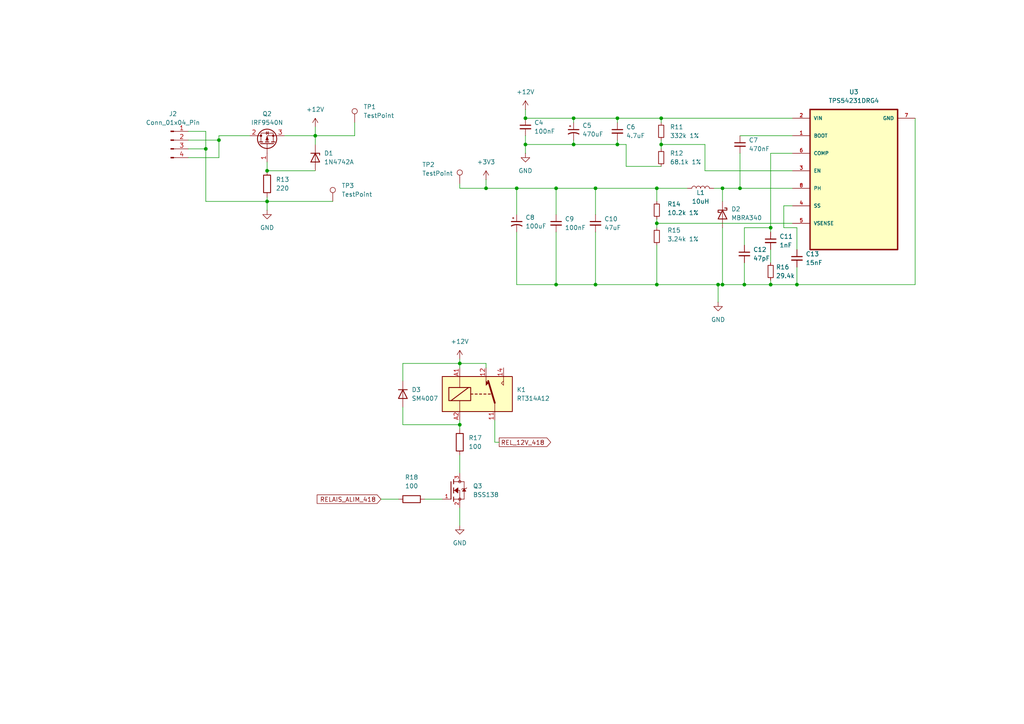
<source format=kicad_sch>
(kicad_sch (version 20250114) (generator "eeschema") (generator_version "9.0")
  (paper "A4")
  (title_block (title "Alim") (date "2025-05-03") (rev "V1") (company "TTS") (comment 1 "EP"))
  (lib_symbols
    (symbol "BSS138:BSS138" (pin_names (offset 1.016))
      (property "Reference" "Q" (at -8.89 2.54 0))
      (property "Value" "BSS138" (at -8.89 -7.62 0))
      (symbol "BSS138_0_0"
        (polyline (pts (xy 0 2.54) (xy 0 -2.54)) (stroke (width 0.254)))
        (polyline (pts (xy 0.762 3.175) (xy 0.762 2.54)) (stroke (width 0.254)))
        (polyline (pts (xy 0.762 2.54) (xy 0.762 1.905)) (stroke (width 0.254)))
        (polyline (pts (xy 0.762 2.54) (xy 3.81 2.54)) (stroke (width 0.1524)))
        (polyline (pts (xy 0.762 0.762) (xy 0.762 0)) (stroke (width 0.254)))
        (polyline (pts (xy 0.762 0) (xy 0.762 -0.762)) (stroke (width 0.254)))
        (polyline (pts (xy 0.762 0) (xy 2.54 0)) (stroke (width 0.1524)))
        (polyline (pts (xy 0.762 -1.905) (xy 0.762 -2.54)) (stroke (width 0.254)))
        (polyline (pts (xy 0.762 -2.54) (xy 0.762 -3.175)) (stroke (width 0.254)))
        (polyline (pts (xy 1.016 0) (xy 2.032 0.762) (xy 2.032 -0.762) (xy 1.016 0)) (stroke (width 0.1524)) (fill (type outline)))
        (circle (center 2.54 2.54) (radius 0.3592))
        (polyline (pts (xy 2.54 0) (xy 2.54 -2.54)) (stroke (width 0.1524)))
        (polyline (pts (xy 2.54 -2.54) (xy 0.762 -2.54)) (stroke (width 0.1524)))
        (polyline (pts (xy 2.54 -2.54) (xy 3.81 -2.54)) (stroke (width 0.1524)))
        (circle (center 2.54 -2.54) (radius 0.3592))
        (polyline (pts (xy 3.302 0.508) (xy 3.048 0.254)) (stroke (width 0.1524)))
        (polyline (pts (xy 3.81 2.54) (xy 3.81 0.508)) (stroke (width 0.1524)))
        (polyline (pts (xy 3.81 0.508) (xy 3.302 0.508)) (stroke (width 0.1524)))
        (polyline (pts (xy 3.81 0.508) (xy 3.81 -2.54)) (stroke (width 0.1524)))
        (polyline (pts (xy 3.81 0.508) (xy 3.302 -0.254) (xy 4.318 -0.254) (xy 3.81 0.508)) (stroke (width 0.1524)) (fill (type outline)))
        (polyline (pts (xy 4.318 0.508) (xy 3.81 0.508)) (stroke (width 0.1524)))
        (polyline (pts (xy 4.572 0.762) (xy 4.318 0.508)) (stroke (width 0.1524)))
        (pin passive line (at -2.54 -2.54 0) (length 2.54) (name "~") (number "1"))
        (pin passive line (at 2.54 5.08 270) (length 2.54) (name "~") (number "3"))
        (pin passive line (at 2.54 -5.08 90) (length 2.54) (name "~") (number "2"))
      )
    )
    (symbol "Connector:Conn_01x04_Pin" (pin_names (offset 1.016) (hide yes))
      (property "Reference" "J" (at 0 5.08 0))
      (property "Value" "Conn_01x04_Pin" (at 0 -7.62 0))
      (symbol "Conn_01x04_Pin_1_1"
        (rectangle (start 0.8636 2.667) (end 0 2.413) (stroke (width 0.1524)) (fill (type outline)))
        (rectangle (start 0.8636 0.127) (end 0 -0.127) (stroke (width 0.1524)) (fill (type outline)))
        (rectangle (start 0.8636 -2.413) (end 0 -2.667) (stroke (width 0.1524)) (fill (type outline)))
        (rectangle (start 0.8636 -4.953) (end 0 -5.207) (stroke (width 0.1524)) (fill (type outline)))
        (polyline (pts (xy 1.27 2.54) (xy 0.8636 2.54)) (stroke (width 0.1524)))
        (polyline (pts (xy 1.27 0) (xy 0.8636 0)) (stroke (width 0.1524)))
        (polyline (pts (xy 1.27 -2.54) (xy 0.8636 -2.54)) (stroke (width 0.1524)))
        (polyline (pts (xy 1.27 -5.08) (xy 0.8636 -5.08)) (stroke (width 0.1524)))
        (pin passive line (at 5.08 2.54 180) (length 3.81) (name "Pin_1") (number "1"))
        (pin passive line (at 5.08 0 180) (length 3.81) (name "Pin_2") (number "2"))
        (pin passive line (at 5.08 -2.54 180) (length 3.81) (name "Pin_3") (number "3"))
        (pin passive line (at 5.08 -5.08 180) (length 3.81) (name "Pin_4") (number "4"))
      )
    )
    (symbol "Connector:TestPoint" (pin_numbers (hide yes)) (pin_names (offset 0.762) (hide yes))
      (property "Reference" "TP" (at 0 6.858 0))
      (property "Value" "TestPoint" (at 0 5.08 0))
      (symbol "TestPoint_0_1"
        (circle (center 0 3.302) (radius 0.762))
      )
      (symbol "TestPoint_1_1"
        (pin passive line (at 0 0 90) (length 2.54) (name "1") (number "1"))
      )
    )
    (symbol "Device:C_Polarized_Small_US" (pin_numbers (hide yes)) (pin_names (offset 0.254) (hide yes))
      (property "Reference" "C" (at 0.254 1.778 0))
      (property "Value" "C_Polarized_Small_US" (at 0.254 -2.032 0))
      (symbol "C_Polarized_Small_US_0_1"
        (polyline (pts (xy -1.524 0.508) (xy 1.524 0.508)) (stroke (width 0.3048)))
        (polyline (pts (xy -1.27 1.524) (xy -0.762 1.524)))
        (polyline (pts (xy -1.016 1.27) (xy -1.016 1.778)))
        (arc (start -1.524 -0.762) (mid 0 -0.3734) (end 1.524 -0.762) (stroke (width 0.3048)))
      )
      (symbol "C_Polarized_Small_US_1_1"
        (pin passive line (at 0 2.54 270) (length 2.032) (name "~") (number "1"))
        (pin passive line (at 0 -2.54 90) (length 2.032) (name "~") (number "2"))
      )
    )
    (symbol "Device:C_Small" (pin_numbers (hide yes)) (pin_names (offset 0.254) (hide yes))
      (property "Reference" "C" (at 0.254 1.778 0))
      (property "Value" "C_Small" (at 0.254 -2.032 0))
      (symbol "C_Small_0_1"
        (polyline (pts (xy -1.524 0.508) (xy 1.524 0.508)) (stroke (width 0.3048)))
        (polyline (pts (xy -1.524 -0.508) (xy 1.524 -0.508)) (stroke (width 0.3302)))
      )
      (symbol "C_Small_1_1"
        (pin passive line (at 0 2.54 270) (length 2.032) (name "~") (number "1"))
        (pin passive line (at 0 -2.54 90) (length 2.032) (name "~") (number "2"))
      )
    )
    (symbol "Device:L" (pin_numbers (hide yes)) (pin_names (offset 1.016) (hide yes))
      (property "Reference" "L" (at -1.27 0 90))
      (property "Value" "L" (at 1.905 0 90))
      (symbol "L_0_1"
        (arc (start 0 2.54) (mid 0.6323 1.905) (end 0 1.27))
        (arc (start 0 1.27) (mid 0.6323 0.635) (end 0 0))
        (arc (start 0 0) (mid 0.6323 -0.635) (end 0 -1.27))
        (arc (start 0 -1.27) (mid 0.6323 -1.905) (end 0 -2.54))
      )
      (symbol "L_1_1"
        (pin passive line (at 0 3.81 270) (length 1.27) (name "1") (number "1"))
        (pin passive line (at 0 -3.81 90) (length 1.27) (name "2") (number "2"))
      )
    )
    (symbol "Device:R" (pin_numbers (hide yes)) (pin_names (offset 0))
      (property "Reference" "R" (at 2.032 0 90))
      (property "Value" "R" (at 0 0 90))
      (symbol "R_0_1"
        (rectangle (start -1.016 -2.54) (end 1.016 2.54) (stroke (width 0.254)))
      )
      (symbol "R_1_1"
        (pin passive line (at 0 3.81 270) (length 1.27) (name "~") (number "1"))
        (pin passive line (at 0 -3.81 90) (length 1.27) (name "~") (number "2"))
      )
    )
    (symbol "Device:R_Small" (pin_numbers (hide yes)) (pin_names (offset 0.254) (hide yes))
      (property "Reference" "R" (at 0.762 0.508 0))
      (property "Value" "R_Small" (at 0.762 -1.016 0))
      (symbol "R_Small_0_1"
        (rectangle (start -0.762 1.778) (end 0.762 -1.778) (stroke (width 0.2032)))
      )
      (symbol "R_Small_1_1"
        (pin passive line (at 0 2.54 270) (length 0.762) (name "~") (number "1"))
        (pin passive line (at 0 -2.54 90) (length 0.762) (name "~") (number "2"))
      )
    )
    (symbol "Diode:1N47xxA" (pin_numbers (hide yes)) (pin_names (hide yes))
      (property "Reference" "D" (at 0 2.54 0))
      (property "Value" "1N47xxA" (at 0 -2.54 0))
      (symbol "1N47xxA_0_1"
        (polyline (pts (xy -1.27 -1.27) (xy -1.27 1.27) (xy -0.762 1.27)) (stroke (width 0.254)))
        (polyline (pts (xy 1.27 0) (xy -1.27 0)))
        (polyline (pts (xy 1.27 -1.27) (xy 1.27 1.27) (xy -1.27 0) (xy 1.27 -1.27)) (stroke (width 0.254)))
      )
      (symbol "1N47xxA_1_1"
        (pin passive line (at -3.81 0 0) (length 2.54) (name "K") (number "1"))
        (pin passive line (at 3.81 0 180) (length 2.54) (name "A") (number "2"))
      )
    )
    (symbol "Diode:MBRA340" (pin_numbers (hide yes)) (pin_names (hide yes))
      (property "Reference" "D" (at 0 2.54 0))
      (property "Value" "MBRA340" (at 0 -2.54 0))
      (symbol "MBRA340_0_1"
        (polyline (pts (xy -1.905 0.635) (xy -1.905 1.27) (xy -1.27 1.27) (xy -1.27 -1.27) (xy -0.635 -1.27) (xy -0.635 -0.635)) (stroke (width 0.254)))
        (polyline (pts (xy 1.27 1.27) (xy 1.27 -1.27) (xy -1.27 0) (xy 1.27 1.27)) (stroke (width 0.254)))
        (polyline (pts (xy 1.27 0) (xy -1.27 0)))
      )
      (symbol "MBRA340_1_1"
        (pin passive line (at -3.81 0 0) (length 2.54) (name "K") (number "1"))
        (pin passive line (at 3.81 0 180) (length 2.54) (name "A") (number "2"))
      )
    )
    (symbol "Diode:SM4007" (pin_numbers (hide yes)) (pin_names (hide yes))
      (property "Reference" "D" (at 0 2.54 0))
      (property "Value" "SM4007" (at 0 -2.54 0))
      (symbol "SM4007_0_1"
        (polyline (pts (xy -1.27 1.27) (xy -1.27 -1.27)) (stroke (width 0.254)))
        (polyline (pts (xy 1.27 1.27) (xy 1.27 -1.27) (xy -1.27 0) (xy 1.27 1.27)) (stroke (width 0.254)))
        (polyline (pts (xy 1.27 0) (xy -1.27 0)))
      )
      (symbol "SM4007_1_1"
        (pin passive line (at -3.81 0 0) (length 2.54) (name "K") (number "1"))
        (pin passive line (at 3.81 0 180) (length 2.54) (name "A") (number "2"))
      )
    )
    (symbol "Relay:RT314A12"
      (property "Reference" "K" (at 11.43 3.81 0))
      (property "Value" "RT314A12" (at 11.43 1.27 0))
      (symbol "RT314A12_0_0"
        (polyline (pts (xy -2.54 1.905) (xy -7.62 -1.905)) (stroke (width 0.254)))
      )
      (symbol "RT314A12_0_1"
        (rectangle (start -10.16 5.08) (end 10.16 -5.08) (stroke (width 0.254)) (fill (type background)))
        (rectangle (start -8.255 1.905) (end -1.905 -1.905) (stroke (width 0.254)))
        (polyline (pts (xy -5.08 5.08) (xy -5.08 1.905)))
        (polyline (pts (xy -5.08 -5.08) (xy -5.08 -1.905)))
        (polyline (pts (xy -1.905 0) (xy -1.27 0)) (stroke (width 0.254)))
        (polyline (pts (xy -0.635 0) (xy 0 0)) (stroke (width 0.254)))
        (polyline (pts (xy 0.635 0) (xy 1.27 0)) (stroke (width 0.254)))
        (polyline (pts (xy 1.905 0) (xy 2.54 0)) (stroke (width 0.254)))
        (polyline (pts (xy 2.54 5.08) (xy 2.54 2.54) (xy 3.175 3.175) (xy 2.54 3.81)) (fill (type outline)))
        (polyline (pts (xy 3.175 0) (xy 3.81 0)) (stroke (width 0.254)))
        (polyline (pts (xy 5.08 -2.54) (xy 3.175 3.81)) (stroke (width 0.508)))
        (polyline (pts (xy 5.08 -2.54) (xy 5.08 -5.08)))
        (polyline (pts (xy 7.62 5.08) (xy 7.62 2.54) (xy 6.985 3.175) (xy 7.62 3.81)))
      )
      (symbol "RT314A12_1_1"
        (pin passive line (at -5.08 7.62 270) (length 2.54) (name "~") (number "A1"))
        (pin passive line (at -5.08 -7.62 90) (length 2.54) (name "~") (number "A2"))
        (pin passive line (at 2.54 7.62 270) (length 2.54) (name "~") (number "12"))
        (pin passive line (at 5.08 -7.62 90) (length 2.54) (name "~") (number "11"))
        (pin passive line (at 7.62 7.62 270) (length 2.54) (name "~") (number "14"))
      )
    )
    (symbol "TPS54231DRG4:TPS54231DRG4" (pin_names (offset 1.016))
      (property "Reference" "U" (at -12.7 21.32 0))
      (property "Value" "TPS54231DRG4" (at -12.7 -24.32 0))
      (symbol "TPS54231DRG4_0_0"
        (rectangle (start -12.7 -20.32) (end 12.7 20.32) (stroke (width 0.41)) (fill (type background)))
        (pin input line (at -17.78 17.78 0) (length 5.08) (name "VIN") (number "2"))
        (pin bidirectional line (at -17.78 12.7 0) (length 5.08) (name "BOOT") (number "1"))
        (pin bidirectional line (at -17.78 7.62 0) (length 5.08) (name "COMP") (number "6"))
        (pin bidirectional line (at -17.78 2.54 0) (length 5.08) (name "EN") (number "3"))
        (pin bidirectional line (at -17.78 -2.54 0) (length 5.08) (name "PH") (number "8"))
        (pin bidirectional line (at -17.78 -7.62 0) (length 5.08) (name "SS") (number "4"))
        (pin bidirectional line (at -17.78 -12.7 0) (length 5.08) (name "VSENSE") (number "5"))
        (pin power_in line (at 17.78 17.78 180) (length 5.08) (name "GND") (number "7"))
      )
    )
    (symbol "Transistor_FET:IRF9540N" (pin_names (hide yes))
      (property "Reference" "Q" (at 5.08 1.905 0))
      (property "Value" "IRF9540N" (at 5.08 0 0))
      (symbol "IRF9540N_0_1"
        (polyline (pts (xy 0.254 1.905) (xy 0.254 -1.905)) (stroke (width 0.254)))
        (polyline (pts (xy 0.254 0) (xy -2.54 0)))
        (polyline (pts (xy 0.762 2.286) (xy 0.762 1.27)) (stroke (width 0.254)))
        (polyline (pts (xy 0.762 1.778) (xy 3.302 1.778) (xy 3.302 -1.778) (xy 0.762 -1.778)))
        (polyline (pts (xy 0.762 0.508) (xy 0.762 -0.508)) (stroke (width 0.254)))
        (polyline (pts (xy 0.762 -1.27) (xy 0.762 -2.286)) (stroke (width 0.254)))
        (circle (center 1.651 0) (radius 2.794) (stroke (width 0.254)))
        (polyline (pts (xy 2.286 0) (xy 1.27 0.381) (xy 1.27 -0.381) (xy 2.286 0)) (fill (type outline)))
        (polyline (pts (xy 2.54 2.54) (xy 2.54 1.778)))
        (circle (center 2.54 1.778) (radius 0.254) (fill (type outline)))
        (circle (center 2.54 -1.778) (radius 0.254) (fill (type outline)))
        (polyline (pts (xy 2.54 -2.54) (xy 2.54 0) (xy 0.762 0)))
        (polyline (pts (xy 2.794 -0.508) (xy 2.921 -0.381) (xy 3.683 -0.381) (xy 3.81 -0.254)))
        (polyline (pts (xy 3.302 -0.381) (xy 2.921 0.254) (xy 3.683 0.254) (xy 3.302 -0.381)))
      )
      (symbol "IRF9540N_1_1"
        (pin input line (at -5.08 0 0) (length 2.54) (name "G") (number "1"))
        (pin passive line (at 2.54 5.08 270) (length 2.54) (name "D") (number "2"))
        (pin passive line (at 2.54 -5.08 90) (length 2.54) (name "S") (number "3"))
      )
    )
    (symbol "power:+12V" (power) (pin_numbers (hide yes)) (pin_names (offset 0) (hide yes))
      (property "Value" "+12V" (at 0 3.556 0))
      (symbol "+12V_0_1"
        (polyline (pts (xy -0.762 1.27) (xy 0 2.54)))
        (polyline (pts (xy 0 2.54) (xy 0.762 1.27)))
        (polyline (pts (xy 0 0) (xy 0 2.54)))
      )
      (symbol "+12V_1_1"
        (pin power_in line (at 0 0 90) (length 0) (name "~") (number "1"))
      )
    )
    (symbol "power:+3V3" (power) (pin_numbers (hide yes)) (pin_names (offset 0) (hide yes))
      (property "Value" "+3V3" (at 0 3.556 0))
      (symbol "+3V3_0_1"
        (polyline (pts (xy -0.762 1.27) (xy 0 2.54)))
        (polyline (pts (xy 0 2.54) (xy 0.762 1.27)))
        (polyline (pts (xy 0 0) (xy 0 2.54)))
      )
      (symbol "+3V3_1_1"
        (pin power_in line (at 0 0 90) (length 0) (name "~") (number "1"))
      )
    )
    (symbol "power:GND" (power) (pin_numbers (hide yes)) (pin_names (offset 0) (hide yes))
      (property "Value" "GND" (at 0 -3.81 0))
      (symbol "GND_0_1"
        (polyline (pts (xy 0 0) (xy 0 -1.27) (xy 1.27 -1.27) (xy 0 -2.54) (xy -1.27 -1.27) (xy 0 -1.27)))
      )
      (symbol "GND_1_1"
        (pin power_in line (at 0 0 270) (length 0) (name "~") (number "1"))
      )
    )
  )
  (junction (at 149.86 54.61))
  (junction (at 77.47 58.42))
  (junction (at 59.69 43.18))
  (junction (at 166.37 34.29))
  (junction (at 223.52 82.55))
  (junction (at 77.47 49.53))
  (junction (at 161.29 82.55))
  (junction (at 190.5 54.61))
  (junction (at 215.9 82.55))
  (junction (at 190.5 64.77))
  (junction (at 152.4 41.91))
  (junction (at 172.72 54.61))
  (junction (at 133.35 123.19))
  (junction (at 172.72 82.55))
  (junction (at 231.14 82.55))
  (junction (at 63.5 40.64))
  (junction (at 214.63 54.61))
  (junction (at 161.29 54.61))
  (junction (at 133.35 105.41))
  (junction (at 179.07 34.29))
  (junction (at 208.28 82.55))
  (junction (at 91.44 39.37))
  (junction (at 140.97 54.61))
  (junction (at 191.77 41.91))
  (junction (at 191.77 34.29))
  (junction (at 209.55 82.55))
  (junction (at 166.37 41.91))
  (junction (at 223.52 66.04))
  (junction (at 152.4 34.29))
  (junction (at 209.55 54.61))
  (junction (at 190.5 82.55))
  (junction (at 179.07 41.91))
  (wire (pts (xy 179.07 41.91) (xy 181.61 41.91)))
  (wire (pts (xy 63.5 39.37) (xy 63.5 40.64)))
  (wire (pts (xy 77.47 58.42) (xy 77.47 60.96)))
  (wire (pts (xy 209.55 54.61) (xy 209.55 58.42)))
  (wire (pts (xy 190.5 71.12) (xy 190.5 82.55)))
  (wire (pts (xy 116.84 105.41) (xy 133.35 105.41)))
  (wire (pts (xy 190.5 64.77) (xy 229.87 64.77)))
  (wire (pts (xy 166.37 40.64) (xy 166.37 41.91)))
  (wire (pts (xy 133.35 121.92) (xy 133.35 123.19)))
  (wire (pts (xy 209.55 54.61) (xy 214.63 54.61)))
  (wire (pts (xy 223.52 82.55) (xy 215.9 82.55)))
  (wire (pts (xy 215.9 66.04) (xy 223.52 66.04)))
  (wire (pts (xy 265.43 82.55) (xy 231.14 82.55)))
  (wire (pts (xy 214.63 39.37) (xy 229.87 39.37)))
  (wire (pts (xy 149.86 54.61) (xy 161.29 54.61)))
  (wire (pts (xy 59.69 38.1) (xy 59.69 43.18)))
  (wire (pts (xy 133.35 104.14) (xy 133.35 105.41)))
  (wire (pts (xy 166.37 34.29) (xy 179.07 34.29)))
  (wire (pts (xy 209.55 82.55) (xy 215.9 82.55)))
  (wire (pts (xy 223.52 44.45) (xy 223.52 66.04)))
  (wire (pts (xy 223.52 72.39) (xy 223.52 76.2)))
  (wire (pts (xy 166.37 41.91) (xy 179.07 41.91)))
  (wire (pts (xy 140.97 105.41) (xy 140.97 106.68)))
  (wire (pts (xy 227.33 59.69) (xy 229.87 59.69)))
  (wire (pts (xy 77.47 49.53) (xy 91.44 49.53)))
  (wire (pts (xy 149.86 82.55) (xy 161.29 82.55)))
  (wire (pts (xy 149.86 67.31) (xy 149.86 82.55)))
  (wire (pts (xy 133.35 105.41) (xy 133.35 106.68)))
  (wire (pts (xy 59.69 58.42) (xy 77.47 58.42)))
  (wire (pts (xy 227.33 66.04) (xy 227.33 59.69)))
  (wire (pts (xy 223.52 81.28) (xy 223.52 82.55)))
  (wire (pts (xy 227.33 66.04) (xy 231.14 66.04)))
  (wire (pts (xy 207.01 54.61) (xy 209.55 54.61)))
  (wire (pts (xy 181.61 48.26) (xy 181.61 41.91)))
  (wire (pts (xy 161.29 54.61) (xy 161.29 62.23)))
  (wire (pts (xy 223.52 66.04) (xy 223.52 67.31)))
  (wire (pts (xy 133.35 105.41) (xy 140.97 105.41)))
  (wire (pts (xy 215.9 71.12) (xy 215.9 66.04)))
  (wire (pts (xy 265.43 34.29) (xy 265.43 82.55)))
  (wire (pts (xy 172.72 82.55) (xy 190.5 82.55)))
  (wire (pts (xy 161.29 82.55) (xy 172.72 82.55)))
  (wire (pts (xy 204.47 49.53) (xy 204.47 41.91)))
  (wire (pts (xy 191.77 41.91) (xy 191.77 40.64)))
  (wire (pts (xy 152.4 41.91) (xy 166.37 41.91)))
  (wire (pts (xy 172.72 54.61) (xy 190.5 54.61)))
  (wire (pts (xy 149.86 54.61) (xy 149.86 62.23)))
  (wire (pts (xy 229.87 49.53) (xy 204.47 49.53)))
  (wire (pts (xy 190.5 54.61) (xy 190.5 58.42)))
  (wire (pts (xy 214.63 44.45) (xy 214.63 54.61)))
  (wire (pts (xy 123.19 144.78) (xy 128.27 144.78)))
  (wire (pts (xy 133.35 123.19) (xy 133.35 124.46)))
  (wire (pts (xy 63.5 45.72) (xy 54.61 45.72)))
  (wire (pts (xy 152.4 31.75) (xy 152.4 34.29)))
  (wire (pts (xy 116.84 110.49) (xy 116.84 105.41)))
  (wire (pts (xy 191.77 43.18) (xy 191.77 41.91)))
  (wire (pts (xy 54.61 43.18) (xy 59.69 43.18)))
  (wire (pts (xy 231.14 77.47) (xy 231.14 82.55)))
  (wire (pts (xy 91.44 39.37) (xy 82.55 39.37)))
  (wire (pts (xy 214.63 54.61) (xy 229.87 54.61)))
  (wire (pts (xy 209.55 66.04) (xy 209.55 82.55)))
  (wire (pts (xy 54.61 38.1) (xy 59.69 38.1)))
  (wire (pts (xy 229.87 44.45) (xy 223.52 44.45)))
  (wire (pts (xy 110.49 144.78) (xy 115.57 144.78)))
  (wire (pts (xy 59.69 43.18) (xy 59.69 58.42)))
  (wire (pts (xy 140.97 54.61) (xy 149.86 54.61)))
  (wire (pts (xy 215.9 76.2) (xy 215.9 82.55)))
  (wire (pts (xy 208.28 82.55) (xy 208.28 87.63)))
  (wire (pts (xy 161.29 54.61) (xy 172.72 54.61)))
  (wire (pts (xy 179.07 40.64) (xy 179.07 41.91)))
  (wire (pts (xy 190.5 54.61) (xy 199.39 54.61)))
  (wire (pts (xy 143.51 128.27) (xy 143.51 121.92)))
  (wire (pts (xy 166.37 34.29) (xy 166.37 35.56)))
  (wire (pts (xy 208.28 82.55) (xy 209.55 82.55)))
  (wire (pts (xy 116.84 123.19) (xy 133.35 123.19)))
  (wire (pts (xy 231.14 66.04) (xy 231.14 72.39)))
  (wire (pts (xy 133.35 147.32) (xy 133.35 152.4)))
  (wire (pts (xy 140.97 52.07) (xy 140.97 54.61)))
  (wire (pts (xy 54.61 40.64) (xy 63.5 40.64)))
  (wire (pts (xy 116.84 118.11) (xy 116.84 123.19)))
  (wire (pts (xy 191.77 48.26) (xy 181.61 48.26)))
  (wire (pts (xy 179.07 34.29) (xy 191.77 34.29)))
  (wire (pts (xy 63.5 40.64) (xy 63.5 45.72)))
  (wire (pts (xy 102.87 39.37) (xy 91.44 39.37)))
  (wire (pts (xy 191.77 34.29) (xy 191.77 35.56)))
  (wire (pts (xy 152.4 39.37) (xy 152.4 41.91)))
  (wire (pts (xy 172.72 62.23) (xy 172.72 54.61)))
  (wire (pts (xy 172.72 67.31) (xy 172.72 82.55)))
  (wire (pts (xy 190.5 82.55) (xy 208.28 82.55)))
  (wire (pts (xy 72.39 39.37) (xy 63.5 39.37)))
  (wire (pts (xy 77.47 57.15) (xy 77.47 58.42)))
  (wire (pts (xy 191.77 34.29) (xy 229.87 34.29)))
  (wire (pts (xy 152.4 41.91) (xy 152.4 44.45)))
  (wire (pts (xy 77.47 58.42) (xy 96.52 58.42)))
  (wire (pts (xy 91.44 36.83) (xy 91.44 39.37)))
  (wire (pts (xy 144.78 128.27) (xy 143.51 128.27)))
  (wire (pts (xy 133.35 132.08) (xy 133.35 137.16)))
  (wire (pts (xy 161.29 67.31) (xy 161.29 82.55)))
  (wire (pts (xy 77.47 46.99) (xy 77.47 49.53)))
  (wire (pts (xy 102.87 35.56) (xy 102.87 39.37)))
  (wire (pts (xy 190.5 63.5) (xy 190.5 64.77)))
  (wire (pts (xy 133.35 53.34) (xy 133.35 54.61)))
  (wire (pts (xy 204.47 41.91) (xy 191.77 41.91)))
  (wire (pts (xy 179.07 34.29) (xy 179.07 35.56)))
  (wire (pts (xy 190.5 64.77) (xy 190.5 66.04)))
  (wire (pts (xy 91.44 41.91) (xy 91.44 39.37)))
  (wire (pts (xy 152.4 34.29) (xy 166.37 34.29)))
  (wire (pts (xy 133.35 54.61) (xy 140.97 54.61)))
  (wire (pts (xy 231.14 82.55) (xy 223.52 82.55)))
  (global_label "REL_12V_418" (shape output) (at 144.78 128.27 0) (property "Intersheetrefs" "${INTERSHEET_REFS}" (effects (hide yes))))
  (global_label "RELAIS_ALIM_418" (shape input) (at 110.49 144.78 180) (property "Intersheetrefs" "${INTERSHEET_REFS}" (effects (hide yes))))
  (symbol (lib_id "Device:C_Polarized_Small_US") (at 149.86 64.77 0) (unit 1)
    (property "Reference" "C8" (at 152.4 63.0681 0) (effects (justify left)))
    (property "Value" "100uF" (at 152.4 65.6081 0) (effects (justify left)))
    (property "Footprint" "Capacitor_SMD:C_Elec_10x10.2" (effects (hide yes)))
    (property "Description" "Polarized capacitor, small US symbol" (effects (hide yes)))
  )
  (symbol (lib_id "Device:R") (at 133.35 128.27 0) (unit 1)
    (property "Reference" "R17" (at 135.89 126.9999 0) (effects (justify left)))
    (property "Value" "100" (at 135.89 129.5399 0) (effects (justify left)))
    (property "Footprint" "Resistor_SMD:R_0805_2012Metric_Pad1.20x1.40mm_HandSolder" (effects (hide yes)))
    (property "Description" "Resistor" (effects (hide yes)))
  )
  (symbol (lib_id "Device:R_Small") (at 191.77 45.72 0) (unit 1)
    (property "Reference" "R12" (at 194.31 44.4499 0) (effects (justify left)))
    (property "Value" "68.1k 1%" (at 194.31 46.9899 0) (effects (justify left)))
    (property "Footprint" "Resistor_SMD:R_0805_2012Metric_Pad1.20x1.40mm_HandSolder" (effects (hide yes)))
    (property "Description" "Resistor, small symbol" (effects (hide yes)))
  )
  (symbol (lib_id "Device:C_Polarized_Small_US") (at 166.37 38.1 0) (unit 1)
    (property "Reference" "C5" (at 168.91 36.3981 0) (effects (justify left)))
    (property "Value" "470uF" (at 168.91 38.9381 0) (effects (justify left)))
    (property "Footprint" "Capacitor_SMD:C_Elec_10x10.2" (effects (hide yes)))
    (property "Description" "Polarized capacitor, small US symbol" (effects (hide yes)))
  )
  (symbol (lib_id "Device:R") (at 77.47 53.34 0) (unit 1)
    (property "Reference" "R13" (at 80.01 52.0699 0) (effects (justify left)))
    (property "Value" "220" (at 80.01 54.6099 0) (effects (justify left)))
    (property "Footprint" "Resistor_SMD:R_0805_2012Metric_Pad1.20x1.40mm_HandSolder" (effects (hide yes)))
    (property "Description" "Resistor" (effects (hide yes)))
  )
  (symbol (lib_id "Connector:TestPoint") (at 102.87 35.56 0) (unit 1)
    (property "Reference" "TP1" (at 105.41 30.9879 0) (effects (justify left)))
    (property "Value" "TestPoint" (at 105.41 33.5279 0) (effects (justify left)))
    (property "Footprint" "TestPoint:TestPoint_Pad_1.5x1.5mm" (effects (hide yes)))
    (property "Description" "test point" (effects (hide yes)))
  )
  (symbol (lib_id "Device:C_Small") (at 223.52 69.85 0) (unit 1)
    (property "Reference" "C11" (at 226.06 68.5862 0) (effects (justify left)))
    (property "Value" "1nF" (at 226.06 71.1262 0) (effects (justify left)))
    (property "Footprint" "Capacitor_SMD:C_0805_2012Metric_Pad1.18x1.45mm_HandSolder" (effects (hide yes)))
    (property "Description" "Unpolarized capacitor, small symbol" (effects (hide yes)))
  )
  (symbol (lib_id "Diode:MBRA340") (at 209.55 62.23 270) (unit 1)
    (property "Reference" "D2" (at 212.09 60.6424 90) (effects (justify left)))
    (property "Value" "MBRA340" (at 212.09 63.1824 90) (effects (justify left)))
    (property "Footprint" "Diode_SMD:D_SMA" (effects (hide yes)))
    (property "Datasheet" "https://www.onsemi.com/pub/Collateral/MBRA340T3-D.PDF" (effects (hide yes)))
    (property "Description" "40V 3A Schottky Barrier Rectifier Diode, SMA(DO-214AC)" (effects (hide yes)))
  )
  (symbol (lib_id "TPS54231DRG4:TPS54231DRG4") (at 247.65 52.07 0) (unit 1)
    (property "Reference" "U3" (at 247.65 26.67 0))
    (property "Value" "TPS54231DRG4" (at 247.65 29.21 0))
    (property "Footprint" "TPS54231DRG4:SOIC127P599X175-8N" (effects (hide yes)))
    (property "DigiKey_Part_Number" "296-52801-2-ND" (effects (hide yes)))
    (property "SnapEDA_Link" "https://www.snapeda.com/parts/TPS54231DRG4/Texas+Instruments/view-part/?ref=snap" (effects (hide yes)))
    (property "Description_1" "3.5 to 28V Input, 2A, 570kHz Step-Down Converter with Eco-mode™ 8-SOIC -40 to 150" (effects (hide yes)))
    (property "MF" "Texas Instruments" (effects (hide yes)))
    (property "Package" "SOIC-8 Texas Instruments" (effects (hide yes)))
    (property "Check_prices" "https://www.snapeda.com/parts/TPS54231DRG4/Texas+Instruments/view-part/?ref=eda" (effects (hide yes)))
    (property "MP" "TPS54231DRG4" (effects (hide yes)))
  )
  (symbol (lib_id "power:GND") (at 133.35 152.4 0) (unit 1)
    (property "Reference" "#PWR023" (effects (hide yes)))
    (property "Value" "GND" (at 133.35 157.48 0))
    (property "Description" "Power symbol creates a global label with name \"GND\" , ground" (effects (hide yes)))
  )
  (symbol (lib_id "power:GND") (at 152.4 44.45 0) (unit 1)
    (property "Reference" "#PWR018" (effects (hide yes)))
    (property "Value" "GND" (at 152.4 49.53 0))
    (property "Description" "Power symbol creates a global label with name \"GND\" , ground" (effects (hide yes)))
  )
  (symbol (lib_id "Device:R_Small") (at 223.52 78.74 0) (unit 1)
    (property "Reference" "R16" (at 225.044 77.47 0) (effects (justify left)))
    (property "Value" "29.4k" (at 225.044 80.01 0) (effects (justify left)))
    (property "Footprint" "Resistor_SMD:R_0805_2012Metric_Pad1.20x1.40mm_HandSolder" (effects (hide yes)))
    (property "Description" "Resistor, small symbol" (effects (hide yes)))
  )
  (symbol (lib_id "Device:C_Small") (at 214.63 41.91 0) (unit 1)
    (property "Reference" "C7" (at 217.17 40.6462 0) (effects (justify left)))
    (property "Value" "470nF" (at 217.17 43.1862 0) (effects (justify left)))
    (property "Footprint" "Capacitor_SMD:C_0805_2012Metric_Pad1.18x1.45mm_HandSolder" (effects (hide yes)))
    (property "Description" "Unpolarized capacitor, small symbol" (effects (hide yes)))
  )
  (symbol (lib_id "Device:C_Small") (at 231.14 74.93 0) (unit 1)
    (property "Reference" "C13" (at 233.68 73.6662 0) (effects (justify left)))
    (property "Value" "15nF" (at 233.68 76.2062 0) (effects (justify left)))
    (property "Footprint" "Capacitor_SMD:C_0805_2012Metric_Pad1.18x1.45mm_HandSolder" (effects (hide yes)))
    (property "Description" "Unpolarized capacitor, small symbol" (effects (hide yes)))
  )
  (symbol (lib_id "Connector:TestPoint") (at 133.35 53.34 0) (unit 1)
    (property "Reference" "TP2" (at 122.428 47.752 0) (effects (justify left)))
    (property "Value" "TestPoint" (at 122.428 50.292 0) (effects (justify left)))
    (property "Footprint" "TestPoint:TestPoint_Pad_1.5x1.5mm" (effects (hide yes)))
    (property "Description" "test point" (effects (hide yes)))
  )
  (symbol (lib_id "power:GND") (at 77.47 60.96 0) (unit 1)
    (property "Reference" "#PWR020" (effects (hide yes)))
    (property "Value" "GND" (at 77.47 66.04 0))
    (property "Description" "Power symbol creates a global label with name \"GND\" , ground" (effects (hide yes)))
  )
  (symbol (lib_id "power:+12V") (at 133.35 104.14 0) (unit 1)
    (property "Reference" "#PWR022" (effects (hide yes)))
    (property "Value" "+12V" (at 133.35 99.06 0))
    (property "Description" "Power symbol creates a global label with name \"+12V\"" (effects (hide yes)))
  )
  (symbol (lib_id "Connector:TestPoint") (at 96.52 58.42 0) (unit 1)
    (property "Reference" "TP3" (at 99.06 53.8479 0) (effects (justify left)))
    (property "Value" "TestPoint" (at 99.06 56.3879 0) (effects (justify left)))
    (property "Footprint" "TestPoint:TestPoint_Loop_D2.50mm_Drill1.85mm" (effects (hide yes)))
    (property "Description" "test point" (effects (hide yes)))
  )
  (symbol (lib_id "Device:R_Small") (at 191.77 38.1 0) (unit 1)
    (property "Reference" "R11" (at 194.31 36.8299 0) (effects (justify left)))
    (property "Value" "332k 1%" (at 194.31 39.3699 0) (effects (justify left)))
    (property "Footprint" "Resistor_SMD:R_0805_2012Metric_Pad1.20x1.40mm_HandSolder" (effects (hide yes)))
    (property "Description" "Resistor, small symbol" (effects (hide yes)))
  )
  (symbol (lib_id "Device:C_Small") (at 172.72 64.77 0) (unit 1)
    (property "Reference" "C10" (at 175.26 63.5062 0) (effects (justify left)))
    (property "Value" "47uF" (at 175.26 66.0462 0) (effects (justify left)))
    (property "Footprint" "Capacitor_SMD:C_0805_2012Metric_Pad1.18x1.45mm_HandSolder" (effects (hide yes)))
    (property "Description" "Unpolarized capacitor, small symbol" (effects (hide yes)))
  )
  (symbol (lib_id "Device:R") (at 119.38 144.78 270) (unit 1)
    (property "Reference" "R18" (at 119.38 138.43 90))
    (property "Value" "100" (at 119.38 140.97 90))
    (property "Footprint" "Resistor_SMD:R_0805_2012Metric_Pad1.20x1.40mm_HandSolder" (effects (hide yes)))
    (property "Description" "Resistor" (effects (hide yes)))
  )
  (symbol (lib_id "Device:C_Small") (at 161.29 64.77 0) (unit 1)
    (property "Reference" "C9" (at 163.83 63.5062 0) (effects (justify left)))
    (property "Value" "100nF" (at 163.83 66.0462 0) (effects (justify left)))
    (property "Footprint" "Capacitor_SMD:C_0805_2012Metric_Pad1.18x1.45mm_HandSolder" (effects (hide yes)))
    (property "Description" "Unpolarized capacitor, small symbol" (effects (hide yes)))
  )
  (symbol (lib_id "Diode:SM4007") (at 116.84 114.3 270) (unit 1)
    (property "Reference" "D3" (at 119.38 113.0299 90) (effects (justify left)))
    (property "Value" "SM4007" (at 119.38 115.5699 90) (effects (justify left)))
    (property "Footprint" "Diode_SMD:D_MELF" (effects (hide yes)))
    (property "Datasheet" "http://cdn-reichelt.de/documents/datenblatt/A400/SMD1N400%23DIO.pdf" (effects (hide yes)))
    (property "Description" "1000V 1A General Purpose Rectifier Diode, MELF" (effects (hide yes)))
    (property "Sim.Device" "D" (effects (hide yes)))
    (property "Sim.Pins" "1=K 2=A" (effects (hide yes)))
  )
  (symbol (lib_id "Relay:RT314A12") (at 138.43 114.3 0) (unit 1)
    (property "Reference" "K1" (at 149.86 113.0299 0) (effects (justify left)))
    (property "Value" "RT314A12" (at 149.86 115.5699 0) (effects (justify left)))
    (property "Footprint" "Relay_THT:Relay_SPDT_Schrack-RT1-16A-FormC_RM5mm" (effects (hide yes)))
    (property "Datasheet" "https://www.te.com/commerce/DocumentDelivery/DDEController?Action=srchrtrv&DocNm=RT1_bistable&DocType=DS&DocLang=English" (effects (hide yes)))
    (property "Description" "Schrack RT1 relay, bistable single pole dual throw, single DC coil, 12V" (effects (hide yes)))
  )
  (symbol (lib_id "power:+12V") (at 152.4 31.75 0) (unit 1)
    (property "Reference" "#PWR016" (effects (hide yes)))
    (property "Value" "+12V" (at 152.4 26.67 0))
    (property "Description" "Power symbol creates a global label with name \"+12V\"" (effects (hide yes)))
  )
  (symbol (lib_id "Device:L") (at 203.2 54.61 90) (unit 1)
    (property "Reference" "L1" (at 203.2 55.88 90))
    (property "Value" "10uH" (at 203.2 58.42 90))
    (property "Footprint" "Inductor_SMD:L_Coilcraft_MSS1260-XXX" (effects (hide yes)))
    (property "Description" "Inductor" (effects (hide yes)))
  )
  (symbol (lib_id "Transistor_FET:IRF9540N") (at 77.47 41.91 90) (unit 1)
    (property "Reference" "Q2" (at 77.47 33.02 90))
    (property "Value" "IRF9540N" (at 77.47 35.56 90))
    (property "Footprint" "Package_TO_SOT_SMD:TO-263-2" (effects (hide yes)))
    (property "Datasheet" "http://www.irf.com/product-info/datasheets/data/irf9540n.pdf" (effects (hide yes)))
    (property "Description" "-23A Id, -100V Vds, 117mOhm Rds, P-Channel HEXFET Power MOSFET, TO-220" (effects (hide yes)))
  )
  (symbol (lib_id "Diode:1N47xxA") (at 91.44 45.72 270) (unit 1)
    (property "Reference" "D1" (at 93.98 44.4499 90) (effects (justify left)))
    (property "Value" "1N4742A" (at 93.98 46.9899 90) (effects (justify left)))
    (property "Footprint" "Diode_THT:D_DO-41_SOD81_P10.16mm_Horizontal" (effects (hide yes)))
    (property "Datasheet" "https://www.vishay.com/docs/85816/1n4728a.pdf" (effects (hide yes)))
    (property "Description" "1300mW Silicon planar power Zener diodes, DO-41" (effects (hide yes)))
  )
  (symbol (lib_id "Device:R_Small") (at 190.5 60.96 180) (unit 1)
    (property "Reference" "R14" (at 193.548 59.182 0) (effects (justify right)))
    (property "Value" "10.2k 1%" (at 193.548 61.722 0) (effects (justify right)))
    (property "Footprint" "Resistor_SMD:R_0805_2012Metric_Pad1.20x1.40mm_HandSolder" (effects (hide yes)))
    (property "Description" "Resistor, small symbol" (effects (hide yes)))
  )
  (symbol (lib_id "power:+3V3") (at 140.97 52.07 0) (unit 1)
    (property "Reference" "#PWR019" (effects (hide yes)))
    (property "Value" "+3V3" (at 140.97 46.99 0))
    (property "Description" "Power symbol creates a global label with name \"+3V3\"" (effects (hide yes)))
  )
  (symbol (lib_id "Device:C_Small") (at 215.9 73.66 0) (unit 1)
    (property "Reference" "C12" (at 218.44 72.3962 0) (effects (justify left)))
    (property "Value" "47pF" (at 218.44 74.9362 0) (effects (justify left)))
    (property "Footprint" "Capacitor_SMD:C_0805_2012Metric_Pad1.18x1.45mm_HandSolder" (effects (hide yes)))
    (property "Description" "Unpolarized capacitor, small symbol" (effects (hide yes)))
  )
  (symbol (lib_id "Device:C_Small") (at 179.07 38.1 0) (unit 1)
    (property "Reference" "C6" (at 181.61 36.8362 0) (effects (justify left)))
    (property "Value" "4.7uF" (at 181.61 39.3762 0) (effects (justify left)))
    (property "Footprint" "Capacitor_SMD:C_0805_2012Metric_Pad1.18x1.45mm_HandSolder" (effects (hide yes)))
    (property "Description" "Unpolarized capacitor, small symbol" (effects (hide yes)))
  )
  (symbol (lib_id "Device:R_Small") (at 190.5 68.58 180) (unit 1)
    (property "Reference" "R15" (at 193.548 66.802 0) (effects (justify right)))
    (property "Value" "3.24k 1%" (at 193.548 69.342 0) (effects (justify right)))
    (property "Footprint" "Resistor_SMD:R_0805_2012Metric_Pad1.20x1.40mm_HandSolder" (effects (hide yes)))
    (property "Description" "Resistor, small symbol" (effects (hide yes)))
  )
  (symbol (lib_id "BSS138:BSS138") (at 130.81 142.24 0) (unit 1)
    (property "Reference" "Q3" (at 137.16 140.9699 0) (effects (justify left)))
    (property "Value" "BSS138" (at 137.16 143.5099 0) (effects (justify left)))
    (property "Footprint" "BSS138:SOT95P240X111-3N" (effects (hide yes)))
    (property "MF" "onsemi" (effects (hide yes)))
    (property "MAXIMUM_PACKAGE_HEIGHT" "1.11 mm" (effects (hide yes)))
    (property "Package" "SOT-23-3 ON Semiconductor" (effects (hide yes)))
    (property "Price" "None" (effects (hide yes)))
    (property "Check_prices" "https://www.snapeda.com/parts/BSS138/Onsemi/view-part/?ref=eda" (effects (hide yes)))
    (property "STANDARD" "IPC 7351B" (effects (hide yes)))
    (property "PARTREV" "30 Jan 2018" (effects (hide yes)))
    (property "SnapEDA_Link" "https://www.snapeda.com/parts/BSS138/Onsemi/view-part/?ref=snap" (effects (hide yes)))
    (property "MP" "BSS138" (effects (hide yes)))
    (property "Description_1" "N-Channel 50 V 220mA (Ta) 350mW (Ta) Surface Mount SOT-23-3" (effects (hide yes)))
    (property "Availability" "In Stock" (effects (hide yes)))
    (property "MANUFACTURER" "ON Semiconductor" (effects (hide yes)))
  )
  (symbol (lib_id "power:+12V") (at 91.44 36.83 0) (unit 1)
    (property "Reference" "#PWR017" (effects (hide yes)))
    (property "Value" "+12V" (at 91.44 31.75 0))
    (property "Description" "Power symbol creates a global label with name \"+12V\"" (effects (hide yes)))
  )
  (symbol (lib_id "Connector:Conn_01x04_Pin") (at 49.53 40.64 0) (unit 1)
    (property "Reference" "J2" (at 50.165 33.02 0))
    (property "Value" "Conn_01x04_Pin" (at 50.165 35.56 0))
    (property "Footprint" "Connector_Phoenix_MC:PhoenixContact_MCV_1,5_4-G-3.81_1x04_P3.81mm_Vertical" (effects (hide yes)))
    (property "Description" "Generic connector, single row, 01x04, script generated" (effects (hide yes)))
  )
  (symbol (lib_id "power:GND") (at 208.28 87.63 0) (unit 1)
    (property "Reference" "#PWR021" (effects (hide yes)))
    (property "Value" "GND" (at 208.28 92.71 0))
    (property "Description" "Power symbol creates a global label with name \"GND\" , ground" (effects (hide yes)))
  )
  (symbol (lib_id "Device:C_Small") (at 152.4 36.83 0) (unit 1)
    (property "Reference" "C4" (at 154.94 35.5662 0) (effects (justify left)))
    (property "Value" "100nF" (at 154.94 38.1062 0) (effects (justify left)))
    (property "Footprint" "Capacitor_SMD:C_0805_2012Metric_Pad1.18x1.45mm_HandSolder" (effects (hide yes)))
    (property "Description" "Unpolarized capacitor, small symbol" (effects (hide yes)))
  )
)
</source>
